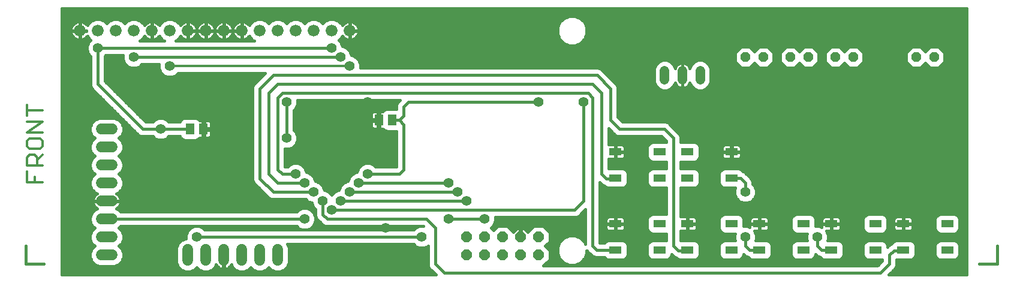
<source format=gtl>
G75*
%MOIN*%
%OFA0B0*%
%FSLAX24Y24*%
%IPPOS*%
%LPD*%
%AMOC8*
5,1,8,0,0,1.08239X$1,22.5*
%
%ADD10C,0.0120*%
%ADD11OC8,0.0520*%
%ADD12R,0.0512X0.0591*%
%ADD13C,0.0600*%
%ADD14OC8,0.0600*%
%ADD15R,0.0710X0.0440*%
%ADD16C,0.0660*%
%ADD17C,0.0520*%
%ADD18C,0.0560*%
%ADD19C,0.0160*%
D10*
X001239Y005740D02*
X001239Y006327D01*
X001239Y006661D02*
X001239Y007101D01*
X001386Y007248D01*
X001680Y007248D01*
X001826Y007101D01*
X001826Y006661D01*
X002120Y006661D02*
X001239Y006661D01*
X001826Y006954D02*
X002120Y007248D01*
X001973Y007582D02*
X001386Y007582D01*
X001239Y007728D01*
X001239Y008022D01*
X001386Y008169D01*
X001973Y008169D01*
X002120Y008022D01*
X002120Y007728D01*
X001973Y007582D01*
X002120Y008502D02*
X001239Y008502D01*
X002120Y009090D01*
X001239Y009090D01*
X001239Y009423D02*
X001239Y010010D01*
X001239Y009717D02*
X002120Y009717D01*
X009180Y012180D02*
X019180Y012180D01*
X001680Y006034D02*
X001680Y005740D01*
X002120Y005740D02*
X001239Y005740D01*
D11*
X041180Y012680D03*
X042180Y012680D03*
X043680Y012680D03*
X044680Y012680D03*
X046180Y012680D03*
X047180Y012680D03*
X050680Y012680D03*
X051680Y012680D03*
D12*
X021554Y009180D03*
X020806Y009180D03*
X011054Y008680D03*
X010306Y008680D03*
D13*
X005980Y008680D02*
X005380Y008680D01*
X005380Y007680D02*
X005980Y007680D01*
X005980Y006680D02*
X005380Y006680D01*
X005380Y005680D02*
X005980Y005680D01*
X005980Y004680D02*
X005380Y004680D01*
X005380Y003680D02*
X005980Y003680D01*
X005980Y002680D02*
X005380Y002680D01*
X005380Y001680D02*
X005980Y001680D01*
X010180Y001980D02*
X010180Y001380D01*
X011180Y001380D02*
X011180Y001980D01*
X012180Y001980D02*
X012180Y001380D01*
X013180Y001380D02*
X013180Y001980D01*
X014180Y001980D02*
X014180Y001380D01*
X015180Y001380D02*
X015180Y001980D01*
D14*
X025680Y001680D03*
X026680Y001680D03*
X027680Y001680D03*
X028680Y001680D03*
X029680Y001680D03*
X029680Y002680D03*
X028680Y002680D03*
X027680Y002680D03*
X026680Y002680D03*
X025680Y002680D03*
D15*
X033960Y001950D03*
X036400Y001950D03*
X037960Y001950D03*
X040400Y001950D03*
X041960Y001950D03*
X044400Y001950D03*
X045960Y001950D03*
X048400Y001950D03*
X049960Y001950D03*
X052400Y001950D03*
X052400Y003410D03*
X049960Y003410D03*
X048400Y003410D03*
X045960Y003410D03*
X044400Y003410D03*
X041960Y003410D03*
X040400Y003410D03*
X037960Y003410D03*
X036400Y003410D03*
X033960Y003410D03*
X033960Y005950D03*
X036400Y005950D03*
X037960Y005950D03*
X040400Y005950D03*
X040400Y007410D03*
X037960Y007410D03*
X036400Y007410D03*
X033960Y007410D03*
D16*
X019182Y014152D03*
X018182Y014152D03*
X017182Y014152D03*
X016182Y014152D03*
X015182Y014152D03*
X014182Y014152D03*
X013182Y014152D03*
X012182Y014152D03*
X011182Y014152D03*
X010182Y014152D03*
X009182Y014152D03*
X008182Y014152D03*
X007182Y014152D03*
X006182Y014152D03*
X005182Y014152D03*
X004182Y014152D03*
D17*
X036695Y011930D02*
X036695Y011410D01*
X037680Y011410D02*
X037680Y011930D01*
X038664Y011930D02*
X038664Y011410D01*
D18*
X032180Y010180D03*
X029680Y010180D03*
X020180Y010180D03*
X015680Y010180D03*
X013180Y010180D03*
X008680Y008680D03*
X015680Y008180D03*
X020180Y008180D03*
X020180Y006180D03*
X019680Y005680D03*
X019180Y005180D03*
X018680Y004680D03*
X017680Y004680D03*
X017180Y005180D03*
X016680Y005680D03*
X016180Y006180D03*
X018180Y004180D03*
X016680Y003680D03*
X021180Y003180D03*
X023180Y002680D03*
X024680Y003680D03*
X026680Y003680D03*
X025680Y004680D03*
X025180Y005180D03*
X024680Y005680D03*
X010680Y002680D03*
X041180Y002680D03*
X045180Y002680D03*
X041180Y005180D03*
X041180Y006680D03*
X019180Y012180D03*
X018680Y012680D03*
X018180Y013180D03*
X009180Y012180D03*
X007180Y012680D03*
X005180Y013180D03*
D19*
X003180Y015405D02*
X003180Y000580D01*
X023964Y000580D01*
X023591Y000953D01*
X023530Y001100D01*
X023530Y002181D01*
X023520Y002171D01*
X023299Y002080D01*
X023061Y002080D01*
X022840Y002171D01*
X022731Y002280D01*
X015727Y002280D01*
X015800Y002103D01*
X015800Y001257D01*
X015706Y001029D01*
X015531Y000854D01*
X015303Y000760D01*
X015057Y000760D01*
X014829Y000854D01*
X014680Y001003D01*
X014531Y000854D01*
X014303Y000760D01*
X014057Y000760D01*
X013829Y000854D01*
X013680Y001003D01*
X013531Y000854D01*
X013303Y000760D01*
X013057Y000760D01*
X012829Y000854D01*
X012654Y001029D01*
X012603Y001153D01*
X012591Y001128D01*
X012546Y001067D01*
X012493Y001014D01*
X012432Y000969D01*
X012364Y000935D01*
X012292Y000912D01*
X012218Y000900D01*
X012200Y000900D01*
X012200Y001660D01*
X012160Y001660D01*
X012160Y000900D01*
X012142Y000900D01*
X012068Y000912D01*
X011996Y000935D01*
X011928Y000969D01*
X011867Y001014D01*
X011814Y001067D01*
X011769Y001128D01*
X011757Y001153D01*
X011706Y001029D01*
X011531Y000854D01*
X011303Y000760D01*
X011057Y000760D01*
X010829Y000854D01*
X010680Y001003D01*
X010531Y000854D01*
X010303Y000760D01*
X010057Y000760D01*
X009829Y000854D01*
X009654Y001029D01*
X009560Y001257D01*
X009560Y002103D01*
X009654Y002331D01*
X009829Y002506D01*
X010057Y002600D01*
X010080Y002600D01*
X010080Y002799D01*
X010171Y003020D01*
X010340Y003189D01*
X010561Y003280D01*
X010799Y003280D01*
X011020Y003189D01*
X011129Y003080D01*
X022731Y003080D01*
X022840Y003189D01*
X023061Y003280D01*
X023264Y003280D01*
X023264Y003280D01*
X017850Y003280D01*
X017703Y003341D01*
X017453Y003591D01*
X017341Y003703D01*
X017280Y003850D01*
X017280Y004231D01*
X017171Y004340D01*
X017080Y004561D01*
X017080Y004580D01*
X017061Y004580D01*
X016840Y004671D01*
X016731Y004780D01*
X014850Y004780D01*
X014703Y004841D01*
X013953Y005591D01*
X013841Y005703D01*
X013780Y005850D01*
X013780Y011010D01*
X013841Y011157D01*
X013953Y011269D01*
X013953Y011269D01*
X014484Y011800D01*
X009649Y011800D01*
X009520Y011671D01*
X009299Y011580D01*
X009061Y011580D01*
X008840Y011671D01*
X008671Y011840D01*
X008580Y012061D01*
X008580Y012280D01*
X007629Y012280D01*
X007520Y012171D01*
X007299Y012080D01*
X007061Y012080D01*
X006840Y012171D01*
X006671Y012340D01*
X006580Y012561D01*
X006580Y012780D01*
X005629Y012780D01*
X005580Y012731D01*
X005580Y011346D01*
X007846Y009080D01*
X008231Y009080D01*
X008340Y009189D01*
X008561Y009280D01*
X008799Y009280D01*
X009020Y009189D01*
X009129Y009080D01*
X009747Y009080D01*
X009779Y009157D01*
X009869Y009247D01*
X009986Y009295D01*
X010626Y009295D01*
X010743Y009247D01*
X010833Y009157D01*
X010834Y009155D01*
X011006Y009155D01*
X011006Y008728D01*
X011102Y008728D01*
X011102Y009155D01*
X011334Y009155D01*
X011379Y009143D01*
X011420Y009119D01*
X011454Y009086D01*
X011478Y009045D01*
X011490Y008999D01*
X011490Y008728D01*
X011102Y008728D01*
X011102Y008632D01*
X011102Y008205D01*
X011334Y008205D01*
X011379Y008217D01*
X011420Y008241D01*
X011454Y008274D01*
X011478Y008315D01*
X011490Y008361D01*
X011490Y008632D01*
X011102Y008632D01*
X011006Y008632D01*
X011006Y008205D01*
X010834Y008205D01*
X010833Y008203D01*
X010743Y008113D01*
X010626Y008065D01*
X009986Y008065D01*
X009869Y008113D01*
X009779Y008203D01*
X009747Y008280D01*
X009129Y008280D01*
X009020Y008171D01*
X008799Y008080D01*
X008561Y008080D01*
X008340Y008171D01*
X008231Y008280D01*
X007600Y008280D01*
X007453Y008341D01*
X004953Y010841D01*
X004841Y010953D01*
X004780Y011100D01*
X004780Y012731D01*
X004671Y012840D01*
X004580Y013061D01*
X004580Y013299D01*
X004671Y013520D01*
X004783Y013632D01*
X004631Y013784D01*
X004599Y013860D01*
X004571Y013820D01*
X004514Y013763D01*
X004449Y013716D01*
X004377Y013680D01*
X004301Y013655D01*
X004222Y013642D01*
X004200Y013642D01*
X004200Y014134D01*
X004532Y014134D01*
X004532Y014171D01*
X004200Y014171D01*
X004163Y014171D01*
X004163Y014662D01*
X004141Y014662D01*
X004062Y014650D01*
X003986Y014625D01*
X003914Y014589D01*
X003849Y014541D01*
X003793Y014485D01*
X003745Y014420D01*
X003709Y014348D01*
X003684Y014272D01*
X003672Y014193D01*
X003672Y014171D01*
X004163Y014171D01*
X004163Y014134D01*
X003672Y014134D01*
X003672Y014112D01*
X003684Y014033D01*
X003709Y013957D01*
X003745Y013885D01*
X003793Y013820D01*
X003849Y013763D01*
X003914Y013716D01*
X003986Y013680D01*
X004062Y013655D01*
X004141Y013642D01*
X004163Y013642D01*
X004163Y014134D01*
X004200Y014134D01*
X004200Y014171D01*
X004200Y014662D01*
X004222Y014662D01*
X004301Y014650D01*
X004377Y014625D01*
X004449Y014589D01*
X004514Y014541D01*
X004571Y014485D01*
X004599Y014445D01*
X004631Y014521D01*
X004813Y014703D01*
X005052Y014802D01*
X005311Y014802D01*
X005550Y014703D01*
X005682Y014572D01*
X005813Y014703D01*
X006052Y014802D01*
X006311Y014802D01*
X006550Y014703D01*
X006682Y014572D01*
X006813Y014703D01*
X007052Y014802D01*
X007311Y014802D01*
X007550Y014703D01*
X007733Y014521D01*
X007764Y014445D01*
X007793Y014485D01*
X007849Y014541D01*
X007914Y014589D01*
X007986Y014625D01*
X008062Y014650D01*
X008141Y014662D01*
X008163Y014662D01*
X008163Y014171D01*
X008200Y014171D01*
X008200Y014662D01*
X008222Y014662D01*
X008301Y014650D01*
X008377Y014625D01*
X008449Y014589D01*
X008514Y014541D01*
X008571Y014485D01*
X008599Y014445D01*
X008631Y014521D01*
X008813Y014703D01*
X009052Y014802D01*
X009311Y014802D01*
X009550Y014703D01*
X009733Y014521D01*
X009764Y014445D01*
X009793Y014485D01*
X009849Y014541D01*
X009914Y014589D01*
X009986Y014625D01*
X010062Y014650D01*
X010141Y014662D01*
X010163Y014662D01*
X010163Y014171D01*
X010200Y014171D01*
X010200Y014662D01*
X010222Y014662D01*
X010301Y014650D01*
X010377Y014625D01*
X010449Y014589D01*
X010514Y014541D01*
X010571Y014485D01*
X010618Y014420D01*
X010654Y014348D01*
X010679Y014272D01*
X010682Y014256D01*
X010684Y014272D01*
X010709Y014348D01*
X010745Y014420D01*
X010793Y014485D01*
X010849Y014541D01*
X010914Y014589D01*
X010986Y014625D01*
X011062Y014650D01*
X011141Y014662D01*
X011163Y014662D01*
X011163Y014171D01*
X011200Y014171D01*
X011200Y014662D01*
X011222Y014662D01*
X011301Y014650D01*
X011377Y014625D01*
X011449Y014589D01*
X011514Y014541D01*
X011571Y014485D01*
X011618Y014420D01*
X011654Y014348D01*
X011679Y014272D01*
X011682Y014256D01*
X011684Y014272D01*
X011709Y014348D01*
X011745Y014420D01*
X011793Y014485D01*
X011849Y014541D01*
X011914Y014589D01*
X011986Y014625D01*
X012062Y014650D01*
X012141Y014662D01*
X012163Y014662D01*
X012163Y014171D01*
X012200Y014171D01*
X012200Y014662D01*
X012222Y014662D01*
X012301Y014650D01*
X012377Y014625D01*
X012449Y014589D01*
X012514Y014541D01*
X012571Y014485D01*
X012618Y014420D01*
X012654Y014348D01*
X012679Y014272D01*
X012682Y014256D01*
X012684Y014272D01*
X012709Y014348D01*
X012745Y014420D01*
X012793Y014485D01*
X012849Y014541D01*
X012914Y014589D01*
X012986Y014625D01*
X013062Y014650D01*
X013141Y014662D01*
X013163Y014662D01*
X013163Y014171D01*
X013200Y014171D01*
X013200Y014662D01*
X013222Y014662D01*
X013301Y014650D01*
X013377Y014625D01*
X013449Y014589D01*
X013514Y014541D01*
X013571Y014485D01*
X013599Y014445D01*
X013631Y014521D01*
X013813Y014703D01*
X014052Y014802D01*
X014311Y014802D01*
X014550Y014703D01*
X014682Y014572D01*
X014813Y014703D01*
X015052Y014802D01*
X015311Y014802D01*
X015550Y014703D01*
X015682Y014572D01*
X015813Y014703D01*
X016052Y014802D01*
X016311Y014802D01*
X016550Y014703D01*
X016682Y014572D01*
X016813Y014703D01*
X017052Y014802D01*
X017311Y014802D01*
X017550Y014703D01*
X017682Y014572D01*
X017813Y014703D01*
X018052Y014802D01*
X018311Y014802D01*
X018550Y014703D01*
X018733Y014521D01*
X018764Y014445D01*
X018793Y014485D01*
X018849Y014541D01*
X018914Y014589D01*
X018986Y014625D01*
X019062Y014650D01*
X019141Y014662D01*
X019163Y014662D01*
X019163Y014171D01*
X019200Y014171D01*
X019200Y014662D01*
X019222Y014662D01*
X019301Y014650D01*
X019377Y014625D01*
X019449Y014589D01*
X019514Y014541D01*
X019571Y014485D01*
X019618Y014420D01*
X019654Y014348D01*
X019679Y014272D01*
X019692Y014193D01*
X019692Y014171D01*
X019200Y014171D01*
X019200Y014134D01*
X019692Y014134D01*
X019692Y014112D01*
X019679Y014033D01*
X019654Y013957D01*
X019618Y013885D01*
X019571Y013820D01*
X019514Y013763D01*
X019449Y013716D01*
X019377Y013680D01*
X019301Y013655D01*
X019222Y013642D01*
X019200Y013642D01*
X019200Y014134D01*
X019163Y014134D01*
X019163Y013642D01*
X019141Y013642D01*
X019062Y013655D01*
X018986Y013680D01*
X018914Y013716D01*
X018849Y013763D01*
X018793Y013820D01*
X018764Y013860D01*
X018733Y013784D01*
X018578Y013630D01*
X018689Y013520D01*
X018780Y013299D01*
X018780Y013280D01*
X018799Y013280D01*
X019020Y013189D01*
X019189Y013020D01*
X019280Y012799D01*
X019280Y012780D01*
X019299Y012780D01*
X019520Y012689D01*
X019689Y012520D01*
X019780Y012299D01*
X019780Y012080D01*
X033010Y012080D01*
X033157Y012019D01*
X033269Y011907D01*
X034019Y011157D01*
X034080Y011010D01*
X034080Y009346D01*
X034346Y009080D01*
X036760Y009080D01*
X036907Y009019D01*
X037019Y008907D01*
X037019Y008907D01*
X037519Y008407D01*
X037580Y008260D01*
X037580Y007950D01*
X038379Y007950D01*
X038496Y007901D01*
X038586Y007811D01*
X038635Y007694D01*
X038635Y007126D01*
X038586Y007009D01*
X038496Y006919D01*
X038379Y006870D01*
X037580Y006870D01*
X037580Y006490D01*
X038379Y006490D01*
X038496Y006441D01*
X038586Y006351D01*
X038635Y006234D01*
X038635Y005666D01*
X038586Y005549D01*
X038496Y005459D01*
X038379Y005410D01*
X037580Y005410D01*
X037580Y003810D01*
X037581Y003810D01*
X037930Y003810D01*
X037930Y003440D01*
X037990Y003440D01*
X037990Y003810D01*
X038339Y003810D01*
X038384Y003798D01*
X038426Y003774D01*
X038459Y003741D01*
X038483Y003699D01*
X038495Y003654D01*
X038495Y003440D01*
X037990Y003440D01*
X037990Y003380D01*
X038495Y003380D01*
X038495Y003166D01*
X038483Y003121D01*
X038459Y003079D01*
X038426Y003046D01*
X038384Y003022D01*
X038339Y003010D01*
X037990Y003010D01*
X037990Y003380D01*
X037930Y003380D01*
X037930Y003010D01*
X037581Y003010D01*
X037580Y003010D01*
X037580Y002490D01*
X038379Y002490D01*
X038496Y002441D01*
X038586Y002351D01*
X038635Y002234D01*
X038635Y001666D01*
X038586Y001549D01*
X038496Y001459D01*
X038379Y001410D01*
X037541Y001410D01*
X037424Y001459D01*
X037352Y001530D01*
X037350Y001530D01*
X037284Y001558D01*
X037216Y001583D01*
X037211Y001588D01*
X037203Y001591D01*
X037153Y001642D01*
X037100Y001691D01*
X037096Y001698D01*
X037075Y001719D01*
X037075Y001666D01*
X037026Y001549D01*
X036936Y001459D01*
X036819Y001410D01*
X035981Y001410D01*
X035864Y001459D01*
X035774Y001549D01*
X035725Y001666D01*
X035725Y002234D01*
X035774Y002351D01*
X035864Y002441D01*
X035981Y002490D01*
X036780Y002490D01*
X036780Y002870D01*
X035981Y002870D01*
X035864Y002919D01*
X035774Y003009D01*
X035725Y003126D01*
X035725Y003694D01*
X035774Y003811D01*
X035864Y003901D01*
X035981Y003950D01*
X036780Y003950D01*
X036780Y005410D01*
X035981Y005410D01*
X035864Y005459D01*
X035774Y005549D01*
X035725Y005666D01*
X035725Y006234D01*
X035774Y006351D01*
X035864Y006441D01*
X035981Y006490D01*
X036780Y006490D01*
X036780Y006870D01*
X035981Y006870D01*
X035864Y006919D01*
X035774Y007009D01*
X035725Y007126D01*
X035725Y007694D01*
X035774Y007811D01*
X035864Y007901D01*
X035981Y007950D01*
X036780Y007950D01*
X036780Y008014D01*
X036514Y008280D01*
X034100Y008280D01*
X033953Y008341D01*
X033580Y008714D01*
X033580Y007810D01*
X033581Y007810D01*
X033930Y007810D01*
X033930Y007440D01*
X033990Y007440D01*
X033990Y007810D01*
X034339Y007810D01*
X034384Y007798D01*
X034426Y007774D01*
X034459Y007741D01*
X034483Y007699D01*
X034495Y007654D01*
X034495Y007440D01*
X033990Y007440D01*
X033990Y007380D01*
X034495Y007380D01*
X034495Y007166D01*
X034483Y007121D01*
X034459Y007079D01*
X034426Y007046D01*
X034384Y007022D01*
X034339Y007010D01*
X033990Y007010D01*
X033990Y007380D01*
X033930Y007380D01*
X033930Y007010D01*
X033581Y007010D01*
X033580Y007010D01*
X033580Y006490D01*
X034379Y006490D01*
X034496Y006441D01*
X034586Y006351D01*
X034635Y006234D01*
X034635Y005666D01*
X034586Y005549D01*
X034496Y005459D01*
X034379Y005410D01*
X033541Y005410D01*
X033424Y005459D01*
X033352Y005530D01*
X033350Y005530D01*
X033284Y005558D01*
X033216Y005583D01*
X033211Y005588D01*
X033203Y005591D01*
X033152Y005642D01*
X033100Y005691D01*
X033096Y005698D01*
X033080Y005714D01*
X033080Y002350D01*
X033333Y002350D01*
X033334Y002351D01*
X033424Y002441D01*
X033541Y002490D01*
X034379Y002490D01*
X034496Y002441D01*
X034586Y002351D01*
X034635Y002234D01*
X034635Y001666D01*
X034586Y001549D01*
X034496Y001459D01*
X034379Y001410D01*
X033541Y001410D01*
X033424Y001459D01*
X033334Y001549D01*
X033333Y001550D01*
X032830Y001550D01*
X032683Y001611D01*
X032356Y001938D01*
X032356Y001786D01*
X032232Y001488D01*
X032004Y001259D01*
X031705Y001136D01*
X031382Y001136D01*
X031084Y001259D01*
X030855Y001488D01*
X030732Y001786D01*
X030732Y002109D01*
X030855Y002408D01*
X031084Y002636D01*
X031382Y002760D01*
X031705Y002760D01*
X032004Y002636D01*
X032232Y002408D01*
X032280Y002292D01*
X032280Y004214D01*
X031907Y003841D01*
X031760Y003780D01*
X027280Y003780D01*
X027280Y003561D01*
X027189Y003340D01*
X027043Y003194D01*
X027180Y003057D01*
X027423Y003300D01*
X027937Y003300D01*
X028279Y002958D01*
X028481Y003160D01*
X028660Y003160D01*
X028660Y002700D01*
X028700Y002700D01*
X028700Y003160D01*
X028879Y003160D01*
X029081Y002958D01*
X029423Y003300D01*
X029937Y003300D01*
X030300Y002937D01*
X030300Y002423D01*
X030057Y002180D01*
X030300Y001937D01*
X030300Y001423D01*
X029957Y001080D01*
X048514Y001080D01*
X048780Y001346D01*
X048780Y001410D01*
X047981Y001410D01*
X047864Y001459D01*
X047774Y001549D01*
X047725Y001666D01*
X047725Y002234D01*
X047774Y002351D01*
X047864Y002441D01*
X047981Y002490D01*
X048819Y002490D01*
X048936Y002441D01*
X049026Y002351D01*
X049075Y002234D01*
X049075Y002141D01*
X049091Y002157D01*
X049203Y002269D01*
X049320Y002317D01*
X049334Y002351D01*
X049424Y002441D01*
X049541Y002490D01*
X050379Y002490D01*
X050496Y002441D01*
X050586Y002351D01*
X050635Y002234D01*
X050635Y001666D01*
X050586Y001549D01*
X050496Y001459D01*
X050379Y001410D01*
X049580Y001410D01*
X049580Y001100D01*
X049519Y000953D01*
X049407Y000841D01*
X049146Y000580D01*
X053468Y000580D01*
X053468Y015405D01*
X003180Y015405D01*
X003180Y015396D02*
X053468Y015396D01*
X053468Y015238D02*
X003180Y015238D01*
X003180Y015079D02*
X053468Y015079D01*
X053468Y014921D02*
X031811Y014921D01*
X031705Y014964D02*
X032004Y014841D01*
X032232Y014612D01*
X032356Y014314D01*
X032356Y013991D01*
X032232Y013692D01*
X032004Y013464D01*
X031705Y013340D01*
X031382Y013340D01*
X031084Y013464D01*
X030855Y013692D01*
X030732Y013991D01*
X030732Y014314D01*
X030855Y014612D01*
X031084Y014841D01*
X031382Y014964D01*
X031705Y014964D01*
X031276Y014921D02*
X003180Y014921D01*
X003180Y014762D02*
X004955Y014762D01*
X004713Y014604D02*
X004419Y014604D01*
X004200Y014604D02*
X004163Y014604D01*
X004163Y014445D02*
X004200Y014445D01*
X004200Y014287D02*
X004163Y014287D01*
X004163Y014128D02*
X004200Y014128D01*
X004200Y013970D02*
X004163Y013970D01*
X004163Y013811D02*
X004200Y013811D01*
X004200Y013653D02*
X004163Y013653D01*
X004077Y013653D02*
X003180Y013653D01*
X003180Y013811D02*
X003802Y013811D01*
X003705Y013970D02*
X003180Y013970D01*
X003180Y014128D02*
X003672Y014128D01*
X003689Y014287D02*
X003180Y014287D01*
X003180Y014445D02*
X003764Y014445D01*
X003944Y014604D02*
X003180Y014604D01*
X005408Y014762D02*
X005955Y014762D01*
X005713Y014604D02*
X005650Y014604D01*
X006408Y014762D02*
X006955Y014762D01*
X006713Y014604D02*
X006650Y014604D01*
X007408Y014762D02*
X008955Y014762D01*
X008713Y014604D02*
X008419Y014604D01*
X008200Y014604D02*
X008163Y014604D01*
X008163Y014445D02*
X008200Y014445D01*
X008200Y014287D02*
X008163Y014287D01*
X008163Y014134D02*
X008200Y014134D01*
X008200Y013642D01*
X008222Y013642D01*
X008301Y013655D01*
X008377Y013680D01*
X008449Y013716D01*
X008514Y013763D01*
X008571Y013820D01*
X008599Y013860D01*
X008631Y013784D01*
X008813Y013601D01*
X008865Y013580D01*
X007498Y013580D01*
X007550Y013601D01*
X007733Y013784D01*
X007764Y013860D01*
X007793Y013820D01*
X007849Y013763D01*
X007914Y013716D01*
X007986Y013680D01*
X008062Y013655D01*
X008141Y013642D01*
X008163Y013642D01*
X008163Y014134D01*
X008163Y014128D02*
X008200Y014128D01*
X008200Y013970D02*
X008163Y013970D01*
X008163Y013811D02*
X008200Y013811D01*
X008200Y013653D02*
X008163Y013653D01*
X008077Y013653D02*
X007601Y013653D01*
X007744Y013811D02*
X007802Y013811D01*
X008286Y013653D02*
X008762Y013653D01*
X008619Y013811D02*
X008561Y013811D01*
X009498Y013580D02*
X009550Y013601D01*
X009733Y013784D01*
X009764Y013860D01*
X009793Y013820D01*
X009849Y013763D01*
X009914Y013716D01*
X009986Y013680D01*
X010062Y013655D01*
X010141Y013642D01*
X010163Y013642D01*
X010163Y014134D01*
X010200Y014134D01*
X010200Y014171D01*
X011163Y014171D01*
X011163Y014134D01*
X010672Y014134D01*
X010200Y014134D01*
X010200Y013642D01*
X010222Y013642D01*
X010301Y013655D01*
X010377Y013680D01*
X010449Y013716D01*
X010514Y013763D01*
X010571Y013820D01*
X010618Y013885D01*
X010654Y013957D01*
X010679Y014033D01*
X010682Y014049D01*
X010684Y014033D01*
X010709Y013957D01*
X010745Y013885D01*
X010793Y013820D01*
X010849Y013763D01*
X010914Y013716D01*
X010986Y013680D01*
X011062Y013655D01*
X011141Y013642D01*
X011163Y013642D01*
X011163Y014134D01*
X011200Y014134D01*
X011200Y014171D01*
X012163Y014171D01*
X012163Y014134D01*
X011672Y014134D01*
X011200Y014134D01*
X011200Y013642D01*
X011222Y013642D01*
X011301Y013655D01*
X011377Y013680D01*
X011449Y013716D01*
X011514Y013763D01*
X011571Y013820D01*
X011618Y013885D01*
X011654Y013957D01*
X011679Y014033D01*
X011682Y014049D01*
X011684Y014033D01*
X011709Y013957D01*
X011745Y013885D01*
X011793Y013820D01*
X011849Y013763D01*
X011914Y013716D01*
X011986Y013680D01*
X012062Y013655D01*
X012141Y013642D01*
X012163Y013642D01*
X012163Y014134D01*
X012200Y014134D01*
X012200Y014171D01*
X013163Y014171D01*
X013163Y014134D01*
X012672Y014134D01*
X012200Y014134D01*
X012200Y013642D01*
X012222Y013642D01*
X012301Y013655D01*
X012377Y013680D01*
X012449Y013716D01*
X012514Y013763D01*
X012571Y013820D01*
X012618Y013885D01*
X012654Y013957D01*
X012679Y014033D01*
X012682Y014049D01*
X012684Y014033D01*
X012709Y013957D01*
X012745Y013885D01*
X012793Y013820D01*
X012849Y013763D01*
X012914Y013716D01*
X012986Y013680D01*
X013062Y013655D01*
X013141Y013642D01*
X013163Y013642D01*
X013163Y014134D01*
X013200Y014134D01*
X013200Y013642D01*
X013222Y013642D01*
X013301Y013655D01*
X013377Y013680D01*
X013449Y013716D01*
X013514Y013763D01*
X013571Y013820D01*
X013599Y013860D01*
X013631Y013784D01*
X013813Y013601D01*
X013865Y013580D01*
X009498Y013580D01*
X009601Y013653D02*
X010077Y013653D01*
X010163Y013653D02*
X010200Y013653D01*
X010286Y013653D02*
X011077Y013653D01*
X011163Y013653D02*
X011200Y013653D01*
X011286Y013653D02*
X012077Y013653D01*
X012163Y013653D02*
X012200Y013653D01*
X012286Y013653D02*
X013077Y013653D01*
X013163Y013653D02*
X013200Y013653D01*
X013286Y013653D02*
X013762Y013653D01*
X013619Y013811D02*
X013561Y013811D01*
X013200Y013811D02*
X013163Y013811D01*
X013163Y013970D02*
X013200Y013970D01*
X013200Y014128D02*
X013163Y014128D01*
X013163Y014287D02*
X013200Y014287D01*
X013200Y014445D02*
X013163Y014445D01*
X013163Y014604D02*
X013200Y014604D01*
X013419Y014604D02*
X013713Y014604D01*
X013955Y014762D02*
X009408Y014762D01*
X009650Y014604D02*
X009944Y014604D01*
X010163Y014604D02*
X010200Y014604D01*
X010200Y014445D02*
X010163Y014445D01*
X010163Y014287D02*
X010200Y014287D01*
X010200Y014128D02*
X010163Y014128D01*
X010163Y013970D02*
X010200Y013970D01*
X010200Y013811D02*
X010163Y013811D01*
X009802Y013811D02*
X009744Y013811D01*
X010561Y013811D02*
X010802Y013811D01*
X010705Y013970D02*
X010658Y013970D01*
X011163Y013970D02*
X011200Y013970D01*
X011200Y014128D02*
X011163Y014128D01*
X011163Y014287D02*
X011200Y014287D01*
X011200Y014445D02*
X011163Y014445D01*
X011163Y014604D02*
X011200Y014604D01*
X011419Y014604D02*
X011944Y014604D01*
X012163Y014604D02*
X012200Y014604D01*
X012200Y014445D02*
X012163Y014445D01*
X012163Y014287D02*
X012200Y014287D01*
X012200Y014128D02*
X012163Y014128D01*
X012163Y013970D02*
X012200Y013970D01*
X012200Y013811D02*
X012163Y013811D01*
X011802Y013811D02*
X011561Y013811D01*
X011658Y013970D02*
X011705Y013970D01*
X011200Y013811D02*
X011163Y013811D01*
X010689Y014287D02*
X010674Y014287D01*
X010599Y014445D02*
X010764Y014445D01*
X010944Y014604D02*
X010419Y014604D01*
X011599Y014445D02*
X011764Y014445D01*
X011689Y014287D02*
X011674Y014287D01*
X012419Y014604D02*
X012944Y014604D01*
X012764Y014445D02*
X012599Y014445D01*
X012674Y014287D02*
X012689Y014287D01*
X012705Y013970D02*
X012658Y013970D01*
X012561Y013811D02*
X012802Y013811D01*
X014650Y014604D02*
X014713Y014604D01*
X014955Y014762D02*
X014408Y014762D01*
X015408Y014762D02*
X015955Y014762D01*
X015713Y014604D02*
X015650Y014604D01*
X016408Y014762D02*
X016955Y014762D01*
X016713Y014604D02*
X016650Y014604D01*
X017408Y014762D02*
X017955Y014762D01*
X017713Y014604D02*
X017650Y014604D01*
X018408Y014762D02*
X031005Y014762D01*
X030852Y014604D02*
X019419Y014604D01*
X019200Y014604D02*
X019163Y014604D01*
X019163Y014445D02*
X019200Y014445D01*
X019200Y014287D02*
X019163Y014287D01*
X019163Y014128D02*
X019200Y014128D01*
X019200Y013970D02*
X019163Y013970D01*
X019163Y013811D02*
X019200Y013811D01*
X019200Y013653D02*
X019163Y013653D01*
X019077Y013653D02*
X018601Y013653D01*
X018699Y013494D02*
X031054Y013494D01*
X030895Y013653D02*
X019286Y013653D01*
X019561Y013811D02*
X030806Y013811D01*
X030740Y013970D02*
X019658Y013970D01*
X019692Y014128D02*
X030732Y014128D01*
X030732Y014287D02*
X019674Y014287D01*
X019599Y014445D02*
X030786Y014445D01*
X032083Y014762D02*
X053468Y014762D01*
X053468Y014604D02*
X032236Y014604D01*
X032302Y014445D02*
X053468Y014445D01*
X053468Y014287D02*
X032356Y014287D01*
X032356Y014128D02*
X053468Y014128D01*
X053468Y013970D02*
X032347Y013970D01*
X032281Y013811D02*
X053468Y013811D01*
X053468Y013653D02*
X032192Y013653D01*
X032034Y013494D02*
X053468Y013494D01*
X053468Y013336D02*
X018765Y013336D01*
X019032Y013177D02*
X040857Y013177D01*
X040940Y013260D02*
X040600Y012920D01*
X040600Y012440D01*
X040940Y012100D01*
X041420Y012100D01*
X041680Y012360D01*
X041940Y012100D01*
X042420Y012100D01*
X042760Y012440D01*
X042760Y012920D01*
X042420Y013260D01*
X041940Y013260D01*
X041680Y013000D01*
X041420Y013260D01*
X040940Y013260D01*
X040698Y013019D02*
X019189Y013019D01*
X019255Y012860D02*
X040600Y012860D01*
X040600Y012702D02*
X019489Y012702D01*
X019666Y012543D02*
X040600Y012543D01*
X040655Y012385D02*
X039029Y012385D01*
X038992Y012421D02*
X038779Y012510D01*
X038548Y012510D01*
X038335Y012421D01*
X038172Y012258D01*
X038095Y012073D01*
X038087Y012098D01*
X038056Y012160D01*
X038015Y012216D01*
X037966Y012265D01*
X037910Y012306D01*
X037848Y012337D01*
X037783Y012359D01*
X037714Y012370D01*
X037680Y012370D01*
X037680Y011670D01*
X037680Y011670D01*
X037680Y012370D01*
X037645Y012370D01*
X037576Y012359D01*
X037511Y012337D01*
X037449Y012306D01*
X037393Y012265D01*
X037344Y012216D01*
X037303Y012160D01*
X037272Y012098D01*
X037264Y012073D01*
X037187Y012258D01*
X037024Y012421D01*
X036811Y012510D01*
X036580Y012510D01*
X036367Y012421D01*
X036204Y012258D01*
X036115Y012045D01*
X036115Y011294D01*
X036204Y011081D01*
X036367Y010918D01*
X036580Y010830D01*
X036811Y010830D01*
X037024Y010918D01*
X037187Y011081D01*
X037264Y011266D01*
X037272Y011241D01*
X037303Y011179D01*
X037344Y011123D01*
X037393Y011074D01*
X037449Y011033D01*
X037511Y011002D01*
X037576Y010980D01*
X037645Y010970D01*
X037680Y010970D01*
X037714Y010970D01*
X037783Y010980D01*
X037848Y011002D01*
X037910Y011033D01*
X037966Y011074D01*
X038015Y011123D01*
X038056Y011179D01*
X038087Y011241D01*
X038095Y011266D01*
X038172Y011081D01*
X038335Y010918D01*
X038548Y010830D01*
X038779Y010830D01*
X038992Y010918D01*
X039155Y011081D01*
X039244Y011294D01*
X039244Y012045D01*
X039155Y012258D01*
X038992Y012421D01*
X039169Y012226D02*
X040814Y012226D01*
X041546Y012226D02*
X041814Y012226D01*
X042546Y012226D02*
X043314Y012226D01*
X043440Y012100D02*
X043920Y012100D01*
X044180Y012360D01*
X044440Y012100D01*
X044920Y012100D01*
X045260Y012440D01*
X045260Y012920D01*
X044920Y013260D01*
X044440Y013260D01*
X044180Y013000D01*
X043920Y013260D01*
X043440Y013260D01*
X043100Y012920D01*
X043100Y012440D01*
X043440Y012100D01*
X044046Y012226D02*
X044314Y012226D01*
X045046Y012226D02*
X045814Y012226D01*
X045940Y012100D02*
X045600Y012440D01*
X045600Y012920D01*
X045940Y013260D01*
X046420Y013260D01*
X046680Y013000D01*
X046940Y013260D01*
X047420Y013260D01*
X047760Y012920D01*
X047760Y012440D01*
X047420Y012100D01*
X046940Y012100D01*
X046680Y012360D01*
X046420Y012100D01*
X045940Y012100D01*
X046546Y012226D02*
X046814Y012226D01*
X047546Y012226D02*
X050314Y012226D01*
X050440Y012100D02*
X050100Y012440D01*
X050100Y012920D01*
X050440Y013260D01*
X050920Y013260D01*
X051180Y013000D01*
X051440Y013260D01*
X051920Y013260D01*
X052260Y012920D01*
X052260Y012440D01*
X051920Y012100D01*
X051440Y012100D01*
X051180Y012360D01*
X050920Y012100D01*
X050440Y012100D01*
X051046Y012226D02*
X051314Y012226D01*
X052046Y012226D02*
X053468Y012226D01*
X053468Y012068D02*
X039234Y012068D01*
X039244Y011909D02*
X053468Y011909D01*
X053468Y011751D02*
X039244Y011751D01*
X039244Y011592D02*
X053468Y011592D01*
X053468Y011434D02*
X039244Y011434D01*
X039236Y011275D02*
X053468Y011275D01*
X053468Y011117D02*
X039170Y011117D01*
X039033Y010958D02*
X053468Y010958D01*
X053468Y010800D02*
X034080Y010800D01*
X034080Y010958D02*
X036327Y010958D01*
X036189Y011117D02*
X034036Y011117D01*
X033901Y011275D02*
X036123Y011275D01*
X036115Y011434D02*
X033742Y011434D01*
X033584Y011592D02*
X036115Y011592D01*
X036115Y011751D02*
X033425Y011751D01*
X033267Y011909D02*
X036115Y011909D01*
X036125Y012068D02*
X033040Y012068D01*
X032930Y011680D02*
X014930Y011680D01*
X014180Y010930D01*
X014180Y005930D01*
X014930Y005180D01*
X017180Y005180D01*
X017734Y005411D02*
X018626Y005411D01*
X018671Y005520D02*
X018580Y005299D01*
X018580Y005280D01*
X018561Y005280D01*
X018340Y005189D01*
X018180Y005029D01*
X018020Y005189D01*
X017799Y005280D01*
X017780Y005280D01*
X017780Y005299D01*
X017689Y005520D01*
X017520Y005689D01*
X017299Y005780D01*
X017280Y005780D01*
X017280Y005799D01*
X017189Y006020D01*
X017020Y006189D01*
X016799Y006280D01*
X016780Y006280D01*
X016780Y006299D01*
X016689Y006520D01*
X016520Y006689D01*
X016299Y006780D01*
X016061Y006780D01*
X015840Y006689D01*
X015731Y006580D01*
X015596Y006580D01*
X015580Y006596D01*
X015580Y007580D01*
X015799Y007580D01*
X016020Y007671D01*
X016189Y007840D01*
X016280Y008061D01*
X016280Y008299D01*
X016189Y008520D01*
X016080Y008629D01*
X016080Y009731D01*
X016189Y009840D01*
X016280Y010061D01*
X016280Y010280D01*
X021964Y010280D01*
X021841Y010157D01*
X021780Y010010D01*
X021780Y009795D01*
X021234Y009795D01*
X021117Y009747D01*
X021027Y009657D01*
X021026Y009655D01*
X020854Y009655D01*
X020854Y009228D01*
X020758Y009228D01*
X020758Y009655D01*
X020526Y009655D01*
X020481Y009643D01*
X020440Y009619D01*
X020406Y009586D01*
X020382Y009545D01*
X020370Y009499D01*
X020370Y009228D01*
X020758Y009228D01*
X020758Y009132D01*
X020854Y009132D01*
X020854Y008705D01*
X021026Y008705D01*
X021027Y008703D01*
X021117Y008613D01*
X021234Y008565D01*
X021780Y008565D01*
X021780Y006596D01*
X021764Y006580D01*
X020629Y006580D01*
X020520Y006689D01*
X020299Y006780D01*
X020061Y006780D01*
X019840Y006689D01*
X019671Y006520D01*
X019580Y006299D01*
X019580Y006280D01*
X019561Y006280D01*
X019340Y006189D01*
X019171Y006020D01*
X019080Y005799D01*
X019080Y005780D01*
X019061Y005780D01*
X018840Y005689D01*
X018671Y005520D01*
X018720Y005569D02*
X017640Y005569D01*
X017426Y005728D02*
X018934Y005728D01*
X019116Y005886D02*
X017244Y005886D01*
X017164Y006045D02*
X019196Y006045D01*
X019375Y006203D02*
X016985Y006203D01*
X016754Y006362D02*
X019606Y006362D01*
X019671Y006520D02*
X016689Y006520D01*
X016530Y006679D02*
X019830Y006679D01*
X020530Y006679D02*
X021780Y006679D01*
X021780Y006837D02*
X015580Y006837D01*
X015580Y006679D02*
X015830Y006679D01*
X015430Y006180D02*
X015180Y006430D01*
X015180Y010430D01*
X015430Y010680D01*
X032430Y010680D01*
X032680Y010430D01*
X032680Y002180D01*
X032910Y001950D01*
X033960Y001950D01*
X034635Y001924D02*
X035725Y001924D01*
X035725Y002082D02*
X034635Y002082D01*
X034632Y002241D02*
X035728Y002241D01*
X035821Y002399D02*
X034539Y002399D01*
X033381Y002399D02*
X033080Y002399D01*
X033080Y002558D02*
X036780Y002558D01*
X036780Y002716D02*
X033080Y002716D01*
X033080Y002875D02*
X035970Y002875D01*
X035764Y003033D02*
X034403Y003033D01*
X034384Y003022D02*
X034426Y003046D01*
X034459Y003079D01*
X034483Y003121D01*
X034495Y003166D01*
X034495Y003380D01*
X033990Y003380D01*
X033990Y003440D01*
X033930Y003440D01*
X033930Y003810D01*
X033581Y003810D01*
X033536Y003798D01*
X033494Y003774D01*
X033461Y003741D01*
X033437Y003699D01*
X033425Y003654D01*
X033425Y003440D01*
X033930Y003440D01*
X033930Y003380D01*
X033990Y003380D01*
X033990Y003010D01*
X034339Y003010D01*
X034384Y003022D01*
X034495Y003192D02*
X035725Y003192D01*
X035725Y003350D02*
X034495Y003350D01*
X034495Y003440D02*
X034495Y003654D01*
X034483Y003699D01*
X034459Y003741D01*
X034426Y003774D01*
X034384Y003798D01*
X034339Y003810D01*
X033990Y003810D01*
X033990Y003440D01*
X034495Y003440D01*
X034495Y003509D02*
X035725Y003509D01*
X035725Y003667D02*
X034491Y003667D01*
X033990Y003667D02*
X033930Y003667D01*
X033930Y003509D02*
X033990Y003509D01*
X033930Y003380D02*
X033425Y003380D01*
X033425Y003166D01*
X033437Y003121D01*
X033461Y003079D01*
X033494Y003046D01*
X033536Y003022D01*
X033581Y003010D01*
X033930Y003010D01*
X033930Y003380D01*
X033930Y003350D02*
X033990Y003350D01*
X033990Y003192D02*
X033930Y003192D01*
X033930Y003033D02*
X033990Y003033D01*
X033517Y003033D02*
X033080Y003033D01*
X033080Y003192D02*
X033425Y003192D01*
X033425Y003350D02*
X033080Y003350D01*
X033080Y003509D02*
X033425Y003509D01*
X033429Y003667D02*
X033080Y003667D01*
X033080Y003826D02*
X035788Y003826D01*
X036780Y003984D02*
X033080Y003984D01*
X033080Y004143D02*
X036780Y004143D01*
X036780Y004301D02*
X033080Y004301D01*
X033080Y004460D02*
X036780Y004460D01*
X036780Y004618D02*
X033080Y004618D01*
X033080Y004777D02*
X036780Y004777D01*
X036780Y004935D02*
X033080Y004935D01*
X033080Y005094D02*
X036780Y005094D01*
X036780Y005252D02*
X033080Y005252D01*
X033080Y005411D02*
X033540Y005411D01*
X033253Y005569D02*
X033080Y005569D01*
X033430Y005930D02*
X033180Y006180D01*
X033180Y010680D01*
X032680Y011180D01*
X015180Y011180D01*
X014680Y010680D01*
X014680Y006180D01*
X015180Y005680D01*
X016680Y005680D01*
X016180Y006180D02*
X015430Y006180D01*
X013780Y006203D02*
X006380Y006203D01*
X006357Y006180D02*
X006506Y006329D01*
X006600Y006557D01*
X006600Y006803D01*
X006506Y007031D01*
X006357Y007180D01*
X006506Y007329D01*
X006600Y007557D01*
X006600Y007803D01*
X006506Y008031D01*
X006357Y008180D01*
X006506Y008329D01*
X006600Y008557D01*
X006600Y008803D01*
X006506Y009031D01*
X006331Y009206D01*
X006103Y009300D01*
X005257Y009300D01*
X005029Y009206D01*
X004854Y009031D01*
X004760Y008803D01*
X004760Y008557D01*
X004854Y008329D01*
X005003Y008180D01*
X004854Y008031D01*
X004760Y007803D01*
X004760Y007557D01*
X004854Y007329D01*
X005003Y007180D01*
X004854Y007031D01*
X004760Y006803D01*
X004760Y006557D01*
X004854Y006329D01*
X005003Y006180D01*
X004854Y006031D01*
X004760Y005803D01*
X004760Y005557D01*
X004854Y005329D01*
X005029Y005154D01*
X005153Y005103D01*
X005128Y005091D01*
X005067Y005046D01*
X005014Y004993D01*
X004969Y004932D01*
X004935Y004864D01*
X004912Y004792D01*
X004900Y004718D01*
X004900Y004700D01*
X005660Y004700D01*
X005660Y004660D01*
X004900Y004660D01*
X004900Y004642D01*
X004912Y004568D01*
X004935Y004496D01*
X004969Y004428D01*
X005014Y004367D01*
X005067Y004314D01*
X005128Y004269D01*
X005153Y004257D01*
X005029Y004206D01*
X004854Y004031D01*
X004760Y003803D01*
X004760Y003557D01*
X004854Y003329D01*
X005003Y003180D01*
X004854Y003031D01*
X004760Y002803D01*
X004760Y002557D01*
X004854Y002329D01*
X005003Y002180D01*
X004854Y002031D01*
X004760Y001803D01*
X004760Y001557D01*
X004854Y001329D01*
X005029Y001154D01*
X005257Y001060D01*
X006103Y001060D01*
X006331Y001154D01*
X006506Y001329D01*
X006600Y001557D01*
X006600Y001803D01*
X006506Y002031D01*
X006357Y002180D01*
X006506Y002329D01*
X006600Y002557D01*
X006600Y002803D01*
X006506Y003031D01*
X006357Y003180D01*
X006457Y003280D01*
X016231Y003280D01*
X016340Y003171D01*
X016561Y003080D01*
X016799Y003080D01*
X017020Y003171D01*
X017189Y003340D01*
X017280Y003561D01*
X017280Y003799D01*
X017189Y004020D01*
X017020Y004189D01*
X016799Y004280D01*
X016561Y004280D01*
X016340Y004189D01*
X016231Y004080D01*
X006457Y004080D01*
X006331Y004206D01*
X006207Y004257D01*
X006232Y004269D01*
X006293Y004314D01*
X006346Y004367D01*
X006391Y004428D01*
X006425Y004496D01*
X006448Y004568D01*
X006460Y004642D01*
X006460Y004660D01*
X005700Y004660D01*
X005700Y004700D01*
X006460Y004700D01*
X006460Y004718D01*
X006448Y004792D01*
X006425Y004864D01*
X006391Y004932D01*
X006346Y004993D01*
X006293Y005046D01*
X006232Y005091D01*
X006207Y005103D01*
X006331Y005154D01*
X006506Y005329D01*
X006600Y005557D01*
X006600Y005803D01*
X006506Y006031D01*
X006357Y006180D01*
X006492Y006045D02*
X013780Y006045D01*
X013780Y005886D02*
X006566Y005886D01*
X006600Y005728D02*
X013831Y005728D01*
X013975Y005569D02*
X006600Y005569D01*
X006539Y005411D02*
X014134Y005411D01*
X014292Y005252D02*
X006429Y005252D01*
X006226Y005094D02*
X014451Y005094D01*
X014609Y004935D02*
X006388Y004935D01*
X006451Y004777D02*
X016735Y004777D01*
X016969Y004618D02*
X006456Y004618D01*
X006406Y004460D02*
X017122Y004460D01*
X017210Y004301D02*
X006275Y004301D01*
X006394Y004143D02*
X016294Y004143D01*
X017066Y004143D02*
X017280Y004143D01*
X017280Y003984D02*
X017204Y003984D01*
X017269Y003826D02*
X017290Y003826D01*
X017280Y003667D02*
X017377Y003667D01*
X017258Y003509D02*
X017536Y003509D01*
X017694Y003350D02*
X017193Y003350D01*
X017040Y003192D02*
X022847Y003192D01*
X023430Y003680D02*
X023930Y003180D01*
X023930Y001180D01*
X024430Y000680D01*
X048680Y000680D01*
X049180Y001180D01*
X049180Y001680D01*
X049430Y001930D01*
X049680Y001930D01*
X049960Y001950D01*
X050635Y001924D02*
X051725Y001924D01*
X051725Y002082D02*
X050635Y002082D01*
X050632Y002241D02*
X051728Y002241D01*
X051725Y002234D02*
X051725Y001666D01*
X051774Y001549D01*
X051864Y001459D01*
X051981Y001410D01*
X052819Y001410D01*
X052936Y001459D01*
X053026Y001549D01*
X053075Y001666D01*
X053075Y002234D01*
X053026Y002351D01*
X052936Y002441D01*
X052819Y002490D01*
X051981Y002490D01*
X051864Y002441D01*
X051774Y002351D01*
X051725Y002234D01*
X051821Y002399D02*
X050539Y002399D01*
X049381Y002399D02*
X048979Y002399D01*
X049072Y002241D02*
X049175Y002241D01*
X047821Y002399D02*
X046539Y002399D01*
X046496Y002441D02*
X046586Y002351D01*
X046635Y002234D01*
X046635Y001666D01*
X046586Y001549D01*
X046496Y001459D01*
X046379Y001410D01*
X045541Y001410D01*
X045424Y001459D01*
X045334Y001549D01*
X045333Y001550D01*
X045330Y001550D01*
X045183Y001611D01*
X045075Y001719D01*
X045075Y001666D01*
X045026Y001549D01*
X044936Y001459D01*
X044819Y001410D01*
X043981Y001410D01*
X043864Y001459D01*
X043774Y001549D01*
X043725Y001666D01*
X043725Y002234D01*
X043774Y002351D01*
X043864Y002441D01*
X043981Y002490D01*
X044609Y002490D01*
X044580Y002561D01*
X044580Y002799D01*
X044609Y002870D01*
X043981Y002870D01*
X043864Y002919D01*
X043774Y003009D01*
X043725Y003126D01*
X043725Y003694D01*
X043774Y003811D01*
X043864Y003901D01*
X043981Y003950D01*
X044819Y003950D01*
X044936Y003901D01*
X045026Y003811D01*
X045075Y003694D01*
X045075Y003280D01*
X045299Y003280D01*
X045425Y003228D01*
X045425Y003380D01*
X045930Y003380D01*
X045930Y003440D01*
X045930Y003810D01*
X045581Y003810D01*
X045536Y003798D01*
X045494Y003774D01*
X045461Y003741D01*
X045437Y003699D01*
X045425Y003654D01*
X045425Y003440D01*
X045930Y003440D01*
X045990Y003440D01*
X045990Y003810D01*
X046339Y003810D01*
X046384Y003798D01*
X046426Y003774D01*
X046459Y003741D01*
X046483Y003699D01*
X046495Y003654D01*
X046495Y003440D01*
X045990Y003440D01*
X045990Y003380D01*
X046495Y003380D01*
X046495Y003166D01*
X046483Y003121D01*
X046459Y003079D01*
X046426Y003046D01*
X046384Y003022D01*
X046339Y003010D01*
X045990Y003010D01*
X045990Y003380D01*
X045930Y003380D01*
X045930Y003010D01*
X045693Y003010D01*
X045780Y002799D01*
X045780Y002561D01*
X045751Y002490D01*
X046379Y002490D01*
X046496Y002441D01*
X046632Y002241D02*
X047728Y002241D01*
X047725Y002082D02*
X046635Y002082D01*
X046635Y001924D02*
X047725Y001924D01*
X047725Y001765D02*
X046635Y001765D01*
X046610Y001607D02*
X047750Y001607D01*
X047890Y001448D02*
X046470Y001448D01*
X045450Y001448D02*
X044910Y001448D01*
X045050Y001607D02*
X045194Y001607D01*
X045410Y001950D02*
X045180Y002180D01*
X045180Y002680D01*
X045780Y002716D02*
X053468Y002716D01*
X053468Y002558D02*
X045779Y002558D01*
X045749Y002875D02*
X047970Y002875D01*
X047981Y002870D02*
X048819Y002870D01*
X048936Y002919D01*
X049026Y003009D01*
X049075Y003126D01*
X049075Y003694D01*
X049026Y003811D01*
X048936Y003901D01*
X048819Y003950D01*
X047981Y003950D01*
X047864Y003901D01*
X047774Y003811D01*
X047725Y003694D01*
X047725Y003126D01*
X047774Y003009D01*
X047864Y002919D01*
X047981Y002870D01*
X047764Y003033D02*
X046403Y003033D01*
X046495Y003192D02*
X047725Y003192D01*
X047725Y003350D02*
X046495Y003350D01*
X046495Y003509D02*
X047725Y003509D01*
X047725Y003667D02*
X046491Y003667D01*
X045990Y003667D02*
X045930Y003667D01*
X045930Y003509D02*
X045990Y003509D01*
X045990Y003350D02*
X045930Y003350D01*
X045930Y003192D02*
X045990Y003192D01*
X045990Y003033D02*
X045930Y003033D01*
X045425Y003350D02*
X045075Y003350D01*
X045075Y003509D02*
X045425Y003509D01*
X045429Y003667D02*
X045075Y003667D01*
X045012Y003826D02*
X047788Y003826D01*
X049012Y003826D02*
X051788Y003826D01*
X051774Y003811D02*
X051725Y003694D01*
X051725Y003126D01*
X051774Y003009D01*
X051864Y002919D01*
X051981Y002870D01*
X052819Y002870D01*
X052936Y002919D01*
X053026Y003009D01*
X053075Y003126D01*
X053075Y003694D01*
X053026Y003811D01*
X052936Y003901D01*
X052819Y003950D01*
X051981Y003950D01*
X051864Y003901D01*
X051774Y003811D01*
X051725Y003667D02*
X050491Y003667D01*
X050495Y003654D02*
X050483Y003699D01*
X050459Y003741D01*
X050426Y003774D01*
X050384Y003798D01*
X050339Y003810D01*
X049990Y003810D01*
X049990Y003440D01*
X049930Y003440D01*
X049930Y003810D01*
X049581Y003810D01*
X049536Y003798D01*
X049494Y003774D01*
X049461Y003741D01*
X049437Y003699D01*
X049425Y003654D01*
X049425Y003440D01*
X049930Y003440D01*
X049930Y003380D01*
X049990Y003380D01*
X049990Y003440D01*
X050495Y003440D01*
X050495Y003654D01*
X050495Y003509D02*
X051725Y003509D01*
X051725Y003350D02*
X050495Y003350D01*
X050495Y003380D02*
X049990Y003380D01*
X049990Y003010D01*
X050339Y003010D01*
X050384Y003022D01*
X050426Y003046D01*
X050459Y003079D01*
X050483Y003121D01*
X050495Y003166D01*
X050495Y003380D01*
X049990Y003350D02*
X049930Y003350D01*
X049930Y003380D02*
X049930Y003010D01*
X049581Y003010D01*
X049536Y003022D01*
X049494Y003046D01*
X049461Y003079D01*
X049437Y003121D01*
X049425Y003166D01*
X049425Y003380D01*
X049930Y003380D01*
X049930Y003509D02*
X049990Y003509D01*
X049990Y003667D02*
X049930Y003667D01*
X049429Y003667D02*
X049075Y003667D01*
X049075Y003509D02*
X049425Y003509D01*
X049425Y003350D02*
X049075Y003350D01*
X049075Y003192D02*
X049425Y003192D01*
X049517Y003033D02*
X049036Y003033D01*
X048830Y002875D02*
X051970Y002875D01*
X051764Y003033D02*
X050403Y003033D01*
X050495Y003192D02*
X051725Y003192D01*
X052830Y002875D02*
X053468Y002875D01*
X053468Y003033D02*
X053036Y003033D01*
X053075Y003192D02*
X053468Y003192D01*
X053468Y003350D02*
X053075Y003350D01*
X053075Y003509D02*
X053468Y003509D01*
X053468Y003667D02*
X053075Y003667D01*
X053012Y003826D02*
X053468Y003826D01*
X053468Y003984D02*
X037580Y003984D01*
X037580Y003826D02*
X039788Y003826D01*
X039774Y003811D02*
X039725Y003694D01*
X039725Y003126D01*
X039774Y003009D01*
X039864Y002919D01*
X039981Y002870D01*
X040609Y002870D01*
X040580Y002799D01*
X040580Y002561D01*
X040609Y002490D01*
X039981Y002490D01*
X039864Y002441D01*
X039774Y002351D01*
X039725Y002234D01*
X039725Y001666D01*
X039774Y001549D01*
X039864Y001459D01*
X039981Y001410D01*
X040819Y001410D01*
X040936Y001459D01*
X041026Y001549D01*
X041075Y001666D01*
X041075Y001719D01*
X041183Y001611D01*
X041330Y001550D01*
X041333Y001550D01*
X041334Y001549D01*
X041424Y001459D01*
X041541Y001410D01*
X042379Y001410D01*
X042496Y001459D01*
X042586Y001549D01*
X042635Y001666D01*
X042635Y002234D01*
X042586Y002351D01*
X042496Y002441D01*
X042379Y002490D01*
X041751Y002490D01*
X041780Y002561D01*
X041780Y002799D01*
X041693Y003010D01*
X041930Y003010D01*
X041930Y003380D01*
X041425Y003380D01*
X041425Y003228D01*
X041299Y003280D01*
X041075Y003280D01*
X041075Y003694D01*
X041026Y003811D01*
X040936Y003901D01*
X040819Y003950D01*
X039981Y003950D01*
X039864Y003901D01*
X039774Y003811D01*
X039725Y003667D02*
X038491Y003667D01*
X038495Y003509D02*
X039725Y003509D01*
X039725Y003350D02*
X038495Y003350D01*
X038495Y003192D02*
X039725Y003192D01*
X039764Y003033D02*
X038403Y003033D01*
X037990Y003033D02*
X037930Y003033D01*
X037930Y003192D02*
X037990Y003192D01*
X037990Y003350D02*
X037930Y003350D01*
X037930Y003509D02*
X037990Y003509D01*
X037990Y003667D02*
X037930Y003667D01*
X037580Y004143D02*
X053468Y004143D01*
X053468Y004301D02*
X037580Y004301D01*
X037580Y004460D02*
X053468Y004460D01*
X053468Y004618D02*
X041391Y004618D01*
X041299Y004580D02*
X041520Y004671D01*
X041689Y004840D01*
X041780Y005061D01*
X041780Y005299D01*
X041689Y005520D01*
X041580Y005629D01*
X041580Y005760D01*
X041519Y005907D01*
X041407Y006019D01*
X041137Y006289D01*
X041035Y006331D01*
X041026Y006351D01*
X040936Y006441D01*
X040819Y006490D01*
X039981Y006490D01*
X039864Y006441D01*
X039774Y006351D01*
X039725Y006234D01*
X039725Y005666D01*
X039774Y005549D01*
X039864Y005459D01*
X039981Y005410D01*
X040626Y005410D01*
X040580Y005299D01*
X040580Y005061D01*
X040671Y004840D01*
X040840Y004671D01*
X041061Y004580D01*
X041299Y004580D01*
X040969Y004618D02*
X037580Y004618D01*
X037580Y004777D02*
X040735Y004777D01*
X040632Y004935D02*
X037580Y004935D01*
X037580Y005094D02*
X040580Y005094D01*
X040580Y005252D02*
X037580Y005252D01*
X038380Y005411D02*
X039980Y005411D01*
X039765Y005569D02*
X038595Y005569D01*
X038635Y005728D02*
X039725Y005728D01*
X039725Y005886D02*
X038635Y005886D01*
X038635Y006045D02*
X039725Y006045D01*
X039725Y006203D02*
X038635Y006203D01*
X038576Y006362D02*
X039784Y006362D01*
X040400Y005950D02*
X040910Y005950D01*
X041180Y005680D01*
X041180Y005180D01*
X041734Y005411D02*
X053468Y005411D01*
X053468Y005569D02*
X041640Y005569D01*
X041580Y005728D02*
X053468Y005728D01*
X053468Y005886D02*
X041528Y005886D01*
X041381Y006045D02*
X053468Y006045D01*
X053468Y006203D02*
X041223Y006203D01*
X041016Y006362D02*
X053468Y006362D01*
X053468Y006520D02*
X037580Y006520D01*
X037580Y006679D02*
X053468Y006679D01*
X053468Y006837D02*
X037580Y006837D01*
X036780Y006837D02*
X033580Y006837D01*
X033580Y006679D02*
X036780Y006679D01*
X036780Y006520D02*
X033580Y006520D01*
X034576Y006362D02*
X035784Y006362D01*
X035725Y006203D02*
X034635Y006203D01*
X034635Y006045D02*
X035725Y006045D01*
X035725Y005886D02*
X034635Y005886D01*
X034635Y005728D02*
X035725Y005728D01*
X035765Y005569D02*
X034595Y005569D01*
X034380Y005411D02*
X035980Y005411D01*
X033960Y005950D02*
X033430Y005930D01*
X033580Y006996D02*
X035787Y006996D01*
X035725Y007154D02*
X034492Y007154D01*
X034495Y007313D02*
X035725Y007313D01*
X035725Y007471D02*
X034495Y007471D01*
X034495Y007630D02*
X035725Y007630D01*
X035764Y007788D02*
X034401Y007788D01*
X033990Y007788D02*
X033930Y007788D01*
X033930Y007630D02*
X033990Y007630D01*
X033990Y007471D02*
X033930Y007471D01*
X033930Y007313D02*
X033990Y007313D01*
X033990Y007154D02*
X033930Y007154D01*
X033580Y007947D02*
X035973Y007947D01*
X036689Y008105D02*
X033580Y008105D01*
X033580Y008264D02*
X036531Y008264D01*
X036680Y008680D02*
X037180Y008180D01*
X037180Y002180D01*
X037430Y001930D01*
X037960Y001950D01*
X038635Y001924D02*
X039725Y001924D01*
X039725Y002082D02*
X038635Y002082D01*
X038632Y002241D02*
X039728Y002241D01*
X039821Y002399D02*
X038539Y002399D01*
X037580Y002558D02*
X040581Y002558D01*
X040580Y002716D02*
X037580Y002716D01*
X037580Y002875D02*
X039970Y002875D01*
X041180Y002680D02*
X041180Y002180D01*
X041410Y001950D01*
X041960Y001950D01*
X042635Y001924D02*
X043725Y001924D01*
X043725Y002082D02*
X042635Y002082D01*
X042632Y002241D02*
X043728Y002241D01*
X043821Y002399D02*
X042539Y002399D01*
X041779Y002558D02*
X044581Y002558D01*
X044580Y002716D02*
X041780Y002716D01*
X041749Y002875D02*
X043970Y002875D01*
X043764Y003033D02*
X042403Y003033D01*
X042384Y003022D02*
X042426Y003046D01*
X042459Y003079D01*
X042483Y003121D01*
X042495Y003166D01*
X042495Y003380D01*
X041990Y003380D01*
X041990Y003440D01*
X041930Y003440D01*
X041930Y003810D01*
X041581Y003810D01*
X041536Y003798D01*
X041494Y003774D01*
X041461Y003741D01*
X041437Y003699D01*
X041425Y003654D01*
X041425Y003440D01*
X041930Y003440D01*
X041930Y003380D01*
X041990Y003380D01*
X041990Y003010D01*
X042339Y003010D01*
X042384Y003022D01*
X042495Y003192D02*
X043725Y003192D01*
X043725Y003350D02*
X042495Y003350D01*
X042495Y003440D02*
X041990Y003440D01*
X041990Y003810D01*
X042339Y003810D01*
X042384Y003798D01*
X042426Y003774D01*
X042459Y003741D01*
X042483Y003699D01*
X042495Y003654D01*
X042495Y003440D01*
X042495Y003509D02*
X043725Y003509D01*
X043725Y003667D02*
X042491Y003667D01*
X041990Y003667D02*
X041930Y003667D01*
X041930Y003509D02*
X041990Y003509D01*
X041990Y003350D02*
X041930Y003350D01*
X041930Y003192D02*
X041990Y003192D01*
X041990Y003033D02*
X041930Y003033D01*
X041425Y003350D02*
X041075Y003350D01*
X041075Y003509D02*
X041425Y003509D01*
X041429Y003667D02*
X041075Y003667D01*
X041012Y003826D02*
X043788Y003826D01*
X041625Y004777D02*
X053468Y004777D01*
X053468Y004935D02*
X041728Y004935D01*
X041780Y005094D02*
X053468Y005094D01*
X053468Y005252D02*
X041780Y005252D01*
X041180Y006680D02*
X041180Y007180D01*
X040950Y007410D01*
X040400Y007410D01*
X040430Y007440D02*
X040370Y007440D01*
X040370Y007810D01*
X040021Y007810D01*
X039976Y007798D01*
X039934Y007774D01*
X039901Y007741D01*
X039877Y007699D01*
X039865Y007654D01*
X039865Y007440D01*
X040370Y007440D01*
X040370Y007380D01*
X040430Y007380D01*
X040430Y007440D01*
X040430Y007810D01*
X040779Y007810D01*
X040824Y007798D01*
X040866Y007774D01*
X040899Y007741D01*
X040923Y007699D01*
X040935Y007654D01*
X040935Y007440D01*
X040430Y007440D01*
X040430Y007471D02*
X040370Y007471D01*
X040370Y007380D02*
X039865Y007380D01*
X039865Y007166D01*
X039877Y007121D01*
X039901Y007079D01*
X039934Y007046D01*
X039976Y007022D01*
X040021Y007010D01*
X040370Y007010D01*
X040370Y007380D01*
X040430Y007380D02*
X040430Y007010D01*
X040779Y007010D01*
X040824Y007022D01*
X040866Y007046D01*
X040899Y007079D01*
X040923Y007121D01*
X040935Y007166D01*
X040935Y007380D01*
X040430Y007380D01*
X040430Y007313D02*
X040370Y007313D01*
X040370Y007154D02*
X040430Y007154D01*
X040932Y007154D02*
X053468Y007154D01*
X053468Y006996D02*
X038573Y006996D01*
X038635Y007154D02*
X039868Y007154D01*
X039865Y007313D02*
X038635Y007313D01*
X038635Y007471D02*
X039865Y007471D01*
X039865Y007630D02*
X038635Y007630D01*
X038596Y007788D02*
X039959Y007788D01*
X040370Y007788D02*
X040430Y007788D01*
X040430Y007630D02*
X040370Y007630D01*
X040841Y007788D02*
X053468Y007788D01*
X053468Y007630D02*
X040935Y007630D01*
X040935Y007471D02*
X053468Y007471D01*
X053468Y007313D02*
X040935Y007313D01*
X038387Y007947D02*
X053468Y007947D01*
X053468Y008105D02*
X037580Y008105D01*
X037578Y008264D02*
X053468Y008264D01*
X053468Y008422D02*
X037504Y008422D01*
X037345Y008581D02*
X053468Y008581D01*
X053468Y008739D02*
X037187Y008739D01*
X037028Y008898D02*
X053468Y008898D01*
X053468Y009056D02*
X036817Y009056D01*
X036680Y008680D02*
X034180Y008680D01*
X033680Y009180D01*
X033680Y010930D01*
X032930Y011680D01*
X036190Y012226D02*
X019780Y012226D01*
X019745Y012385D02*
X036330Y012385D01*
X037061Y012385D02*
X038299Y012385D01*
X038159Y012226D02*
X038005Y012226D01*
X037680Y012226D02*
X037680Y012226D01*
X037680Y012068D02*
X037680Y012068D01*
X037680Y011909D02*
X037680Y011909D01*
X037680Y011751D02*
X037680Y011751D01*
X037680Y011670D02*
X037680Y010970D01*
X037680Y011670D01*
X037680Y011670D01*
X037680Y011592D02*
X037680Y011592D01*
X037680Y011434D02*
X037680Y011434D01*
X037680Y011275D02*
X037680Y011275D01*
X037680Y011117D02*
X037680Y011117D01*
X038009Y011117D02*
X038157Y011117D01*
X038295Y010958D02*
X037064Y010958D01*
X037202Y011117D02*
X037350Y011117D01*
X034080Y010641D02*
X053468Y010641D01*
X053468Y010483D02*
X034080Y010483D01*
X034080Y010324D02*
X053468Y010324D01*
X053468Y010166D02*
X034080Y010166D01*
X034080Y010007D02*
X053468Y010007D01*
X053468Y009849D02*
X034080Y009849D01*
X034080Y009690D02*
X053468Y009690D01*
X053468Y009532D02*
X034080Y009532D01*
X034080Y009373D02*
X053468Y009373D01*
X053468Y009215D02*
X034211Y009215D01*
X033714Y008581D02*
X033580Y008581D01*
X033580Y008422D02*
X033872Y008422D01*
X032180Y010180D02*
X032180Y004680D01*
X031680Y004180D01*
X018180Y004180D01*
X017680Y003930D02*
X017680Y004680D01*
X018680Y004680D02*
X025680Y004680D01*
X025180Y005180D02*
X019180Y005180D01*
X018493Y005252D02*
X017867Y005252D01*
X018115Y005094D02*
X018245Y005094D01*
X019680Y005680D02*
X024680Y005680D01*
X022180Y006430D02*
X021930Y006180D01*
X020180Y006180D01*
X022180Y006430D02*
X022180Y008930D01*
X021930Y009180D01*
X021554Y009180D01*
X021930Y009180D02*
X022180Y009430D01*
X022180Y009930D01*
X022430Y010180D01*
X029680Y010180D01*
X037200Y012226D02*
X037354Y012226D01*
X041503Y013177D02*
X041857Y013177D01*
X041698Y013019D02*
X041662Y013019D01*
X042503Y013177D02*
X043357Y013177D01*
X043198Y013019D02*
X042662Y013019D01*
X042760Y012860D02*
X043100Y012860D01*
X043100Y012702D02*
X042760Y012702D01*
X042760Y012543D02*
X043100Y012543D01*
X043155Y012385D02*
X042705Y012385D01*
X044162Y013019D02*
X044198Y013019D01*
X044357Y013177D02*
X044003Y013177D01*
X045003Y013177D02*
X045857Y013177D01*
X045698Y013019D02*
X045162Y013019D01*
X045260Y012860D02*
X045600Y012860D01*
X045600Y012702D02*
X045260Y012702D01*
X045260Y012543D02*
X045600Y012543D01*
X045655Y012385D02*
X045205Y012385D01*
X046662Y013019D02*
X046698Y013019D01*
X046857Y013177D02*
X046503Y013177D01*
X047503Y013177D02*
X050357Y013177D01*
X050198Y013019D02*
X047662Y013019D01*
X047760Y012860D02*
X050100Y012860D01*
X050100Y012702D02*
X047760Y012702D01*
X047760Y012543D02*
X050100Y012543D01*
X050155Y012385D02*
X047705Y012385D01*
X051003Y013177D02*
X051357Y013177D01*
X051198Y013019D02*
X051162Y013019D01*
X052003Y013177D02*
X053468Y013177D01*
X053468Y013019D02*
X052162Y013019D01*
X052260Y012860D02*
X053468Y012860D01*
X053468Y012702D02*
X052260Y012702D01*
X052260Y012543D02*
X053468Y012543D01*
X053468Y012385D02*
X052205Y012385D01*
X032280Y004143D02*
X032208Y004143D01*
X032280Y003984D02*
X032050Y003984D01*
X031869Y003826D02*
X032280Y003826D01*
X032280Y003667D02*
X027280Y003667D01*
X027258Y003509D02*
X032280Y003509D01*
X032280Y003350D02*
X027193Y003350D01*
X027315Y003192D02*
X027045Y003192D01*
X028045Y003192D02*
X029315Y003192D01*
X029156Y003033D02*
X029006Y003033D01*
X028700Y003033D02*
X028660Y003033D01*
X028660Y002875D02*
X028700Y002875D01*
X028700Y002716D02*
X028660Y002716D01*
X028354Y003033D02*
X028204Y003033D01*
X026680Y003680D02*
X024680Y003680D01*
X023430Y003680D02*
X017930Y003680D01*
X017680Y003930D01*
X016680Y003680D02*
X005680Y003680D01*
X004846Y003350D02*
X003180Y003350D01*
X003180Y003192D02*
X004992Y003192D01*
X004856Y003033D02*
X003180Y003033D01*
X003180Y002875D02*
X004789Y002875D01*
X004760Y002716D02*
X003180Y002716D01*
X003180Y002558D02*
X004760Y002558D01*
X004825Y002399D02*
X003180Y002399D01*
X003180Y002241D02*
X004943Y002241D01*
X004905Y002082D02*
X003180Y002082D01*
X003180Y001924D02*
X004810Y001924D01*
X004760Y001765D02*
X003180Y001765D01*
X003180Y001607D02*
X004760Y001607D01*
X004805Y001448D02*
X003180Y001448D01*
X003180Y001290D02*
X004894Y001290D01*
X005085Y001131D02*
X003180Y001131D01*
X003180Y000973D02*
X009711Y000973D01*
X009612Y001131D02*
X006275Y001131D01*
X006466Y001290D02*
X009560Y001290D01*
X009560Y001448D02*
X006555Y001448D01*
X006600Y001607D02*
X009560Y001607D01*
X009560Y001765D02*
X006600Y001765D01*
X006550Y001924D02*
X009560Y001924D01*
X009560Y002082D02*
X006455Y002082D01*
X006417Y002241D02*
X009617Y002241D01*
X009722Y002399D02*
X006535Y002399D01*
X006600Y002558D02*
X009954Y002558D01*
X010080Y002716D02*
X006600Y002716D01*
X006571Y002875D02*
X010111Y002875D01*
X010184Y003033D02*
X006504Y003033D01*
X006368Y003192D02*
X010347Y003192D01*
X011013Y003192D02*
X016320Y003192D01*
X015743Y002241D02*
X022771Y002241D01*
X023056Y002082D02*
X015800Y002082D01*
X015800Y001924D02*
X023530Y001924D01*
X023530Y002082D02*
X023304Y002082D01*
X023530Y001765D02*
X015800Y001765D01*
X015800Y001607D02*
X023530Y001607D01*
X023530Y001448D02*
X015800Y001448D01*
X015800Y001290D02*
X023530Y001290D01*
X023530Y001131D02*
X015748Y001131D01*
X015649Y000973D02*
X023583Y000973D01*
X023730Y000814D02*
X015434Y000814D01*
X014926Y000814D02*
X014434Y000814D01*
X014649Y000973D02*
X014711Y000973D01*
X013926Y000814D02*
X013434Y000814D01*
X013649Y000973D02*
X013711Y000973D01*
X012926Y000814D02*
X011434Y000814D01*
X011649Y000973D02*
X011924Y000973D01*
X011768Y001131D02*
X011748Y001131D01*
X012160Y001131D02*
X012200Y001131D01*
X012200Y000973D02*
X012160Y000973D01*
X012436Y000973D02*
X012711Y000973D01*
X012612Y001131D02*
X012592Y001131D01*
X012200Y001290D02*
X012160Y001290D01*
X012160Y001448D02*
X012200Y001448D01*
X012200Y001607D02*
X012160Y001607D01*
X010711Y000973D02*
X010649Y000973D01*
X010434Y000814D02*
X010926Y000814D01*
X009926Y000814D02*
X003180Y000814D01*
X003180Y000656D02*
X023889Y000656D01*
X030008Y001131D02*
X048565Y001131D01*
X048724Y001290D02*
X032034Y001290D01*
X032193Y001448D02*
X033450Y001448D01*
X034470Y001448D02*
X035890Y001448D01*
X035750Y001607D02*
X034610Y001607D01*
X034635Y001765D02*
X035725Y001765D01*
X036910Y001448D02*
X037450Y001448D01*
X037188Y001607D02*
X037050Y001607D01*
X038470Y001448D02*
X039890Y001448D01*
X039750Y001607D02*
X038610Y001607D01*
X038635Y001765D02*
X039725Y001765D01*
X040910Y001448D02*
X041450Y001448D01*
X041194Y001607D02*
X041050Y001607D01*
X042470Y001448D02*
X043890Y001448D01*
X043750Y001607D02*
X042610Y001607D01*
X042635Y001765D02*
X043725Y001765D01*
X045410Y001950D02*
X045960Y001950D01*
X049580Y001290D02*
X053468Y001290D01*
X053468Y001448D02*
X052910Y001448D01*
X053050Y001607D02*
X053468Y001607D01*
X053468Y001765D02*
X053075Y001765D01*
X053075Y001924D02*
X053468Y001924D01*
X053468Y002082D02*
X053075Y002082D01*
X053072Y002241D02*
X053468Y002241D01*
X053468Y002399D02*
X052979Y002399D01*
X051725Y001765D02*
X050635Y001765D01*
X050610Y001607D02*
X051750Y001607D01*
X051890Y001448D02*
X050470Y001448D01*
X049580Y001131D02*
X053468Y001131D01*
X053468Y000973D02*
X049527Y000973D01*
X049380Y000814D02*
X053468Y000814D01*
X053468Y000656D02*
X049221Y000656D01*
X054180Y001180D02*
X055180Y001180D01*
X055180Y002180D01*
X049990Y003033D02*
X049930Y003033D01*
X049930Y003192D02*
X049990Y003192D01*
X032694Y001607D02*
X032282Y001607D01*
X032347Y001765D02*
X032529Y001765D01*
X032371Y001924D02*
X032356Y001924D01*
X032280Y002399D02*
X032236Y002399D01*
X032280Y002558D02*
X032082Y002558D01*
X032280Y002716D02*
X031811Y002716D01*
X032280Y002875D02*
X030300Y002875D01*
X030300Y002716D02*
X031277Y002716D01*
X031005Y002558D02*
X030300Y002558D01*
X030276Y002399D02*
X030852Y002399D01*
X030786Y002241D02*
X030117Y002241D01*
X030155Y002082D02*
X030732Y002082D01*
X030732Y001924D02*
X030300Y001924D01*
X030300Y001765D02*
X030740Y001765D01*
X030806Y001607D02*
X030300Y001607D01*
X030300Y001448D02*
X030895Y001448D01*
X031053Y001290D02*
X030166Y001290D01*
X030204Y003033D02*
X032280Y003033D01*
X032280Y003192D02*
X030045Y003192D01*
X023180Y002680D02*
X010680Y002680D01*
X005085Y004301D02*
X003180Y004301D01*
X003180Y004143D02*
X004966Y004143D01*
X004835Y003984D02*
X003180Y003984D01*
X003180Y003826D02*
X004769Y003826D01*
X004760Y003667D02*
X003180Y003667D01*
X003180Y003509D02*
X004780Y003509D01*
X004954Y004460D02*
X003180Y004460D01*
X003180Y004618D02*
X004904Y004618D01*
X004909Y004777D02*
X003180Y004777D01*
X003180Y004935D02*
X004972Y004935D01*
X005134Y005094D02*
X003180Y005094D01*
X003180Y005252D02*
X004931Y005252D01*
X004821Y005411D02*
X003180Y005411D01*
X003180Y005569D02*
X004760Y005569D01*
X004760Y005728D02*
X003180Y005728D01*
X003180Y005886D02*
X004794Y005886D01*
X004868Y006045D02*
X003180Y006045D01*
X003180Y006203D02*
X004980Y006203D01*
X004841Y006362D02*
X003180Y006362D01*
X003180Y006520D02*
X004775Y006520D01*
X004760Y006679D02*
X003180Y006679D01*
X003180Y006837D02*
X004774Y006837D01*
X004840Y006996D02*
X003180Y006996D01*
X003180Y007154D02*
X004977Y007154D01*
X004871Y007313D02*
X003180Y007313D01*
X003180Y007471D02*
X004795Y007471D01*
X004760Y007630D02*
X003180Y007630D01*
X003180Y007788D02*
X004760Y007788D01*
X004819Y007947D02*
X003180Y007947D01*
X003180Y008105D02*
X004928Y008105D01*
X004920Y008264D02*
X003180Y008264D01*
X003180Y008422D02*
X004816Y008422D01*
X004760Y008581D02*
X003180Y008581D01*
X003180Y008739D02*
X004760Y008739D01*
X004799Y008898D02*
X003180Y008898D01*
X003180Y009056D02*
X004879Y009056D01*
X005050Y009215D02*
X003180Y009215D01*
X003180Y009373D02*
X006421Y009373D01*
X006310Y009215D02*
X006580Y009215D01*
X006481Y009056D02*
X006738Y009056D01*
X006897Y008898D02*
X006561Y008898D01*
X006600Y008739D02*
X007055Y008739D01*
X007214Y008581D02*
X006600Y008581D01*
X006544Y008422D02*
X007372Y008422D01*
X008248Y008264D02*
X006440Y008264D01*
X006432Y008105D02*
X008500Y008105D01*
X008860Y008105D02*
X009889Y008105D01*
X009754Y008264D02*
X009112Y008264D01*
X010723Y008105D02*
X013780Y008105D01*
X013780Y007947D02*
X006541Y007947D01*
X006600Y007788D02*
X013780Y007788D01*
X013780Y007630D02*
X006600Y007630D01*
X006565Y007471D02*
X013780Y007471D01*
X013780Y007313D02*
X006489Y007313D01*
X006383Y007154D02*
X013780Y007154D01*
X013780Y006996D02*
X006520Y006996D01*
X006586Y006837D02*
X013780Y006837D01*
X013780Y006679D02*
X006600Y006679D01*
X006585Y006520D02*
X013780Y006520D01*
X013780Y006362D02*
X006519Y006362D01*
X011006Y008264D02*
X011102Y008264D01*
X011102Y008422D02*
X011006Y008422D01*
X011006Y008581D02*
X011102Y008581D01*
X011102Y008739D02*
X011006Y008739D01*
X011006Y008898D02*
X011102Y008898D01*
X011102Y009056D02*
X011006Y009056D01*
X010775Y009215D02*
X013780Y009215D01*
X013780Y009373D02*
X007553Y009373D01*
X007711Y009215D02*
X008403Y009215D01*
X008957Y009215D02*
X009837Y009215D01*
X010306Y008680D02*
X008680Y008680D01*
X007680Y008680D01*
X005180Y011180D01*
X005180Y013180D01*
X018180Y013180D01*
X018744Y013811D02*
X018802Y013811D01*
X018944Y014604D02*
X018650Y014604D01*
X018680Y012680D02*
X007180Y012680D01*
X006580Y012702D02*
X005580Y012702D01*
X005580Y012543D02*
X006587Y012543D01*
X006653Y012385D02*
X005580Y012385D01*
X005580Y012226D02*
X006785Y012226D01*
X007575Y012226D02*
X008580Y012226D01*
X008580Y012068D02*
X005580Y012068D01*
X005580Y011909D02*
X008643Y011909D01*
X008761Y011751D02*
X005580Y011751D01*
X005580Y011592D02*
X009032Y011592D01*
X009328Y011592D02*
X014276Y011592D01*
X014118Y011434D02*
X005580Y011434D01*
X005651Y011275D02*
X013959Y011275D01*
X013824Y011117D02*
X005809Y011117D01*
X005968Y010958D02*
X013780Y010958D01*
X013780Y010800D02*
X006126Y010800D01*
X006285Y010641D02*
X013780Y010641D01*
X013780Y010483D02*
X006443Y010483D01*
X006602Y010324D02*
X013780Y010324D01*
X013780Y010166D02*
X006760Y010166D01*
X006919Y010007D02*
X013780Y010007D01*
X013780Y009849D02*
X007077Y009849D01*
X007236Y009690D02*
X013780Y009690D01*
X013780Y009532D02*
X007394Y009532D01*
X006263Y009532D02*
X003180Y009532D01*
X003180Y009690D02*
X006104Y009690D01*
X005946Y009849D02*
X003180Y009849D01*
X003180Y010007D02*
X005787Y010007D01*
X005629Y010166D02*
X003180Y010166D01*
X003180Y010324D02*
X005470Y010324D01*
X005312Y010483D02*
X003180Y010483D01*
X003180Y010641D02*
X005153Y010641D01*
X004995Y010800D02*
X003180Y010800D01*
X003180Y010958D02*
X004839Y010958D01*
X004780Y011117D02*
X003180Y011117D01*
X003180Y011275D02*
X004780Y011275D01*
X004780Y011434D02*
X003180Y011434D01*
X003180Y011592D02*
X004780Y011592D01*
X004780Y011751D02*
X003180Y011751D01*
X003180Y011909D02*
X004780Y011909D01*
X004780Y012068D02*
X003180Y012068D01*
X003180Y012226D02*
X004780Y012226D01*
X004780Y012385D02*
X003180Y012385D01*
X003180Y012543D02*
X004780Y012543D01*
X004780Y012702D02*
X003180Y012702D01*
X003180Y012860D02*
X004663Y012860D01*
X004597Y013019D02*
X003180Y013019D01*
X003180Y013177D02*
X004580Y013177D01*
X004595Y013336D02*
X003180Y013336D01*
X003180Y013494D02*
X004661Y013494D01*
X004762Y013653D02*
X004286Y013653D01*
X004561Y013811D02*
X004619Y013811D01*
X007650Y014604D02*
X007944Y014604D01*
X009599Y011751D02*
X014435Y011751D01*
X015680Y010180D02*
X015680Y008180D01*
X016233Y007947D02*
X021780Y007947D01*
X021780Y008105D02*
X016280Y008105D01*
X016280Y008264D02*
X021780Y008264D01*
X021780Y008422D02*
X016229Y008422D01*
X016128Y008581D02*
X021196Y008581D01*
X020854Y008739D02*
X020758Y008739D01*
X020758Y008705D02*
X020758Y009132D01*
X020370Y009132D01*
X020370Y008861D01*
X020382Y008815D01*
X020406Y008774D01*
X020440Y008741D01*
X020481Y008717D01*
X020526Y008705D01*
X020758Y008705D01*
X020758Y008898D02*
X020854Y008898D01*
X020854Y009056D02*
X020758Y009056D01*
X020806Y009180D02*
X020180Y009180D01*
X020180Y008180D01*
X021780Y007788D02*
X016137Y007788D01*
X015919Y007630D02*
X021780Y007630D01*
X021780Y007471D02*
X015580Y007471D01*
X015580Y007313D02*
X021780Y007313D01*
X021780Y007154D02*
X015580Y007154D01*
X015580Y006996D02*
X021780Y006996D01*
X020442Y008739D02*
X016080Y008739D01*
X016080Y008898D02*
X020370Y008898D01*
X020370Y009056D02*
X016080Y009056D01*
X016080Y009215D02*
X020758Y009215D01*
X020758Y009373D02*
X020854Y009373D01*
X020854Y009532D02*
X020758Y009532D01*
X021060Y009690D02*
X016080Y009690D01*
X016080Y009532D02*
X020379Y009532D01*
X020370Y009373D02*
X016080Y009373D01*
X016192Y009849D02*
X021780Y009849D01*
X021780Y010007D02*
X016258Y010007D01*
X016280Y010166D02*
X021850Y010166D01*
X020180Y010180D02*
X020180Y009180D01*
X013780Y009056D02*
X011471Y009056D01*
X011490Y008898D02*
X013780Y008898D01*
X013780Y008739D02*
X011490Y008739D01*
X011490Y008581D02*
X013780Y008581D01*
X013780Y008422D02*
X011490Y008422D01*
X011443Y008264D02*
X013780Y008264D01*
X001180Y002180D02*
X001180Y001180D01*
X002180Y001180D01*
M02*

</source>
